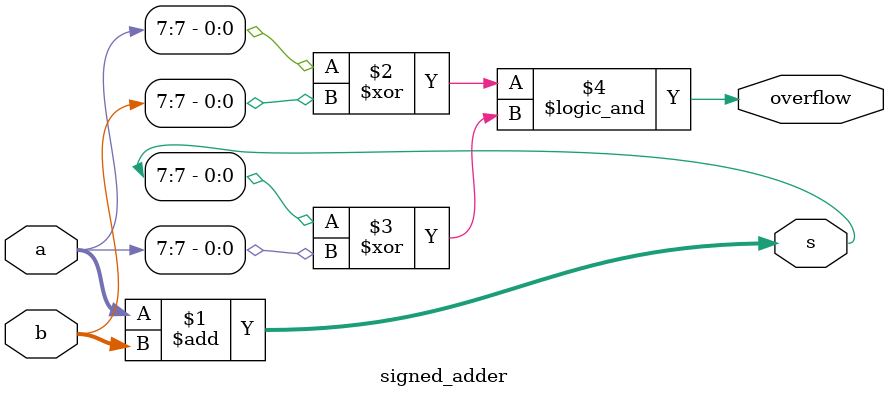
<source format=v>

module signed_adder(input [7:0] a,
    input [7:0] b,
    output [7:0] s,
    output overflow
); 

// The numbers a and b are added to the output s. 
// assign the occurence of the signed overflow of a and b to the output overflow.
// a signed overflow occurs if the most significant bits of a and b are low and the most significant bit of s is high
// a signed overflow may also occur if the most significant bits of a and b are high and the most significant bit of s is low


assign s = a + b;

// Checks if the sum is a signed overflow. That is if the most significant bits of a and b are low and the most significant bit of s is high.

assign overflow = ((a[7] ^ b[7]) && (s[7] ^ a[7])); 

endmodule

</source>
